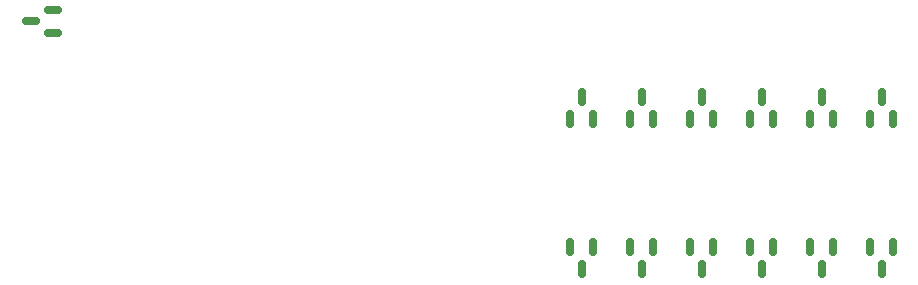
<source format=gbr>
%TF.GenerationSoftware,KiCad,Pcbnew,(7.0.0)*%
%TF.CreationDate,2023-03-11T15:32:13-08:00*%
%TF.ProjectId,pico_12vrgb_controller,7069636f-5f31-4327-9672-67625f636f6e,v1*%
%TF.SameCoordinates,Original*%
%TF.FileFunction,Paste,Top*%
%TF.FilePolarity,Positive*%
%FSLAX46Y46*%
G04 Gerber Fmt 4.6, Leading zero omitted, Abs format (unit mm)*
G04 Created by KiCad (PCBNEW (7.0.0)) date 2023-03-11 15:32:13*
%MOMM*%
%LPD*%
G01*
G04 APERTURE LIST*
G04 Aperture macros list*
%AMRoundRect*
0 Rectangle with rounded corners*
0 $1 Rounding radius*
0 $2 $3 $4 $5 $6 $7 $8 $9 X,Y pos of 4 corners*
0 Add a 4 corners polygon primitive as box body*
4,1,4,$2,$3,$4,$5,$6,$7,$8,$9,$2,$3,0*
0 Add four circle primitives for the rounded corners*
1,1,$1+$1,$2,$3*
1,1,$1+$1,$4,$5*
1,1,$1+$1,$6,$7*
1,1,$1+$1,$8,$9*
0 Add four rect primitives between the rounded corners*
20,1,$1+$1,$2,$3,$4,$5,0*
20,1,$1+$1,$4,$5,$6,$7,0*
20,1,$1+$1,$6,$7,$8,$9,0*
20,1,$1+$1,$8,$9,$2,$3,0*%
G04 Aperture macros list end*
%ADD10RoundRect,0.150000X0.587500X0.150000X-0.587500X0.150000X-0.587500X-0.150000X0.587500X-0.150000X0*%
%ADD11RoundRect,0.150000X0.150000X-0.587500X0.150000X0.587500X-0.150000X0.587500X-0.150000X-0.587500X0*%
%ADD12RoundRect,0.150000X-0.150000X0.587500X-0.150000X-0.587500X0.150000X-0.587500X0.150000X0.587500X0*%
G04 APERTURE END LIST*
D10*
%TO.C,U2*%
X84757500Y-63434000D03*
X84757500Y-61534000D03*
X82882500Y-62484000D03*
%TD*%
D11*
%TO.C,Q9*%
X138750000Y-70787500D03*
X140650000Y-70787500D03*
X139700000Y-68912500D03*
%TD*%
D12*
%TO.C,Q6*%
X155890000Y-81612500D03*
X153990000Y-81612500D03*
X154940000Y-83487500D03*
%TD*%
%TO.C,Q4*%
X145730000Y-81612500D03*
X143830000Y-81612500D03*
X144780000Y-83487500D03*
%TD*%
%TO.C,Q5*%
X150810000Y-81612500D03*
X148910000Y-81612500D03*
X149860000Y-83487500D03*
%TD*%
%TO.C,Q3*%
X140650000Y-81612500D03*
X138750000Y-81612500D03*
X139700000Y-83487500D03*
%TD*%
D11*
%TO.C,Q8*%
X133670000Y-70787500D03*
X135570000Y-70787500D03*
X134620000Y-68912500D03*
%TD*%
D12*
%TO.C,Q1*%
X130490000Y-81612500D03*
X128590000Y-81612500D03*
X129540000Y-83487500D03*
%TD*%
D11*
%TO.C,Q11*%
X148910000Y-70787500D03*
X150810000Y-70787500D03*
X149860000Y-68912500D03*
%TD*%
%TO.C,Q12*%
X153990000Y-70787500D03*
X155890000Y-70787500D03*
X154940000Y-68912500D03*
%TD*%
%TO.C,Q10*%
X143830000Y-70742500D03*
X145730000Y-70742500D03*
X144780000Y-68867500D03*
%TD*%
%TO.C,Q7*%
X128590000Y-70787500D03*
X130490000Y-70787500D03*
X129540000Y-68912500D03*
%TD*%
D12*
%TO.C,Q2*%
X135570000Y-81612500D03*
X133670000Y-81612500D03*
X134620000Y-83487500D03*
%TD*%
M02*

</source>
